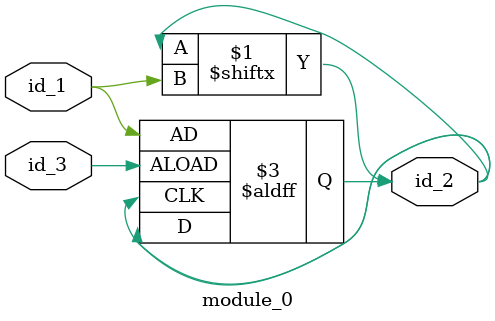
<source format=v>
module module_0 (
    id_1,
    id_2,
    id_3
);
  input id_3;
  output id_2;
  input id_1;
  assign id_2[id_1] = id_2;
  always @(posedge id_2 or posedge id_3) begin
    if (id_3) begin
      id_2 = id_1;
    end
  end
endmodule

</source>
